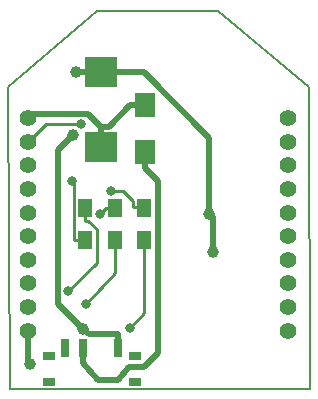
<source format=gbl>
%TF.GenerationSoftware,KiCad,Pcbnew,(6.0.0-rc1-dev-634-gb5e3f6406)*%
%TF.CreationDate,2019-05-27T20:40:42+09:00*%
%TF.ProjectId,xbee,786265652E6B696361645F7063620000,rev?*%
%TF.SameCoordinates,Original*%
%TF.FileFunction,Copper,L2,Bot,Signal*%
%TF.FilePolarity,Positive*%
%FSLAX46Y46*%
G04 Gerber Fmt 4.6, Leading zero omitted, Abs format (unit mm)*
G04 Created by KiCad (PCBNEW (6.0.0-rc1-dev-634-gb5e3f6406)) date 2019 May 27, Monday 20:40:42*
%MOMM*%
%LPD*%
G01*
G04 APERTURE LIST*
%ADD10C,0.150000*%
%ADD11R,2.700000X2.550000*%
%ADD12R,1.300000X1.500000*%
%ADD13C,1.400000*%
%ADD14R,1.700000X2.000000*%
%ADD15R,0.700000X1.500000*%
%ADD16R,1.000000X0.800000*%
%ADD17C,1.000000*%
%ADD18C,0.800000*%
%ADD19C,0.500000*%
%ADD20C,0.250000*%
G04 APERTURE END LIST*
D10*
X143250000Y-90250000D02*
X153500000Y-90250000D01*
X135750000Y-96750000D02*
X143250000Y-90250000D01*
X135750000Y-96750000D02*
X135850000Y-122250000D01*
X153500000Y-90250000D02*
X161201100Y-96750000D01*
X161201100Y-96750000D02*
X161250000Y-122250000D01*
X161250000Y-122250000D02*
X135850000Y-122250000D01*
D11*
X143550000Y-101800000D03*
X143550000Y-95450000D03*
D12*
X147250000Y-106950000D03*
X147250000Y-109650000D03*
X142250000Y-109650000D03*
X142250000Y-106950000D03*
X144750000Y-106950000D03*
X144750000Y-109650000D03*
D13*
X159400000Y-99350000D03*
X159400000Y-101350000D03*
X159400000Y-103350000D03*
X159400000Y-105350000D03*
X159400000Y-107350000D03*
X159400000Y-109350000D03*
X159400000Y-111350000D03*
X159400000Y-113350000D03*
X159400000Y-115350000D03*
X159400000Y-117350000D03*
X137400000Y-117350000D03*
X137400000Y-115350000D03*
X137400000Y-113350000D03*
X137400000Y-111350000D03*
X137400000Y-109350000D03*
X137400000Y-107350000D03*
X137400000Y-105350000D03*
X137400000Y-103350000D03*
X137400000Y-101350000D03*
X137400000Y-99350000D03*
D14*
X147350000Y-102250000D03*
X147350000Y-98250000D03*
D15*
X145050000Y-118820000D03*
X142050000Y-118820000D03*
X140550000Y-118820000D03*
D16*
X146450000Y-121680000D03*
X139150000Y-121680000D03*
X139150000Y-119470000D03*
X146450000Y-119470000D03*
D17*
X141475400Y-95440100D03*
X137550000Y-120150000D03*
X153050000Y-110650000D03*
X152750000Y-107450000D03*
D18*
X146020000Y-117077900D03*
X142300700Y-115070400D03*
X140820300Y-114001800D03*
D17*
X141202300Y-100812400D03*
X142092400Y-117174700D03*
D18*
X141917100Y-99835800D03*
X143501700Y-107438500D03*
X141087700Y-104701800D03*
X144457800Y-105547800D03*
D19*
X143550000Y-95450000D02*
X141749700Y-95450000D01*
X141475400Y-95440100D02*
X141739800Y-95440100D01*
X141739800Y-95440100D02*
X141749700Y-95450000D01*
X137400000Y-120000000D02*
X137550000Y-120150000D01*
X137400000Y-117350000D02*
X137400000Y-120000000D01*
X153050000Y-107750000D02*
X152750000Y-107450000D01*
X153050000Y-110650000D02*
X153050000Y-107750000D01*
X145400000Y-95450000D02*
X143550000Y-95450000D01*
X152750000Y-100989998D02*
X147210002Y-95450000D01*
X147210002Y-95450000D02*
X145400000Y-95450000D01*
X152750000Y-107450000D02*
X152750000Y-100989998D01*
X137400000Y-99350000D02*
X137767400Y-98982600D01*
X137767400Y-98982600D02*
X142457900Y-98982600D01*
X142457900Y-98982600D02*
X143550000Y-100074700D01*
X143550000Y-101800000D02*
X143550000Y-100074700D01*
X147350000Y-98250000D02*
X146049700Y-98250000D01*
X146049700Y-98250000D02*
X144225000Y-100074700D01*
X144225000Y-100074700D02*
X143550000Y-100074700D01*
D20*
X147250000Y-109600000D02*
X147250000Y-115847900D01*
X147250000Y-115847900D02*
X146020000Y-117077900D01*
X144750000Y-112421100D02*
X142300700Y-115070400D01*
X144750000Y-112421100D02*
X144750000Y-109650000D01*
X142250000Y-106950000D02*
X142250000Y-108025300D01*
X142250000Y-108025300D02*
X142496400Y-108025300D01*
X142496400Y-108025300D02*
X143233000Y-108761900D01*
X143233000Y-108761900D02*
X143233000Y-111589100D01*
X143233000Y-111589100D02*
X140820300Y-114001800D01*
D19*
X142092400Y-117174700D02*
X139969900Y-115052200D01*
X139969900Y-115052200D02*
X139969900Y-102044800D01*
X139969900Y-102044800D02*
X141202300Y-100812400D01*
X145050000Y-118820000D02*
X145050000Y-117619700D01*
X145050000Y-117619700D02*
X142537400Y-117619700D01*
X142537400Y-117619700D02*
X142092400Y-117174700D01*
D20*
X141917100Y-99835800D02*
X138914200Y-99835800D01*
X138914200Y-99835800D02*
X137400000Y-101350000D01*
X143974700Y-106965500D02*
X143501700Y-107438500D01*
X144734500Y-106965500D02*
X144750000Y-106950000D01*
X143974700Y-106965500D02*
X144734500Y-106965500D01*
D19*
X147350000Y-103575300D02*
X147350000Y-102250000D01*
X148430000Y-104655300D02*
X147350000Y-103575300D01*
X148430000Y-119200002D02*
X148430000Y-104655300D01*
X147190002Y-120440000D02*
X148430000Y-119200002D01*
X146210000Y-120450000D02*
X147190002Y-120440000D01*
X145010000Y-121530000D02*
X145969998Y-120450000D01*
X145969998Y-120450000D02*
X146210000Y-120450000D01*
X142050000Y-118820000D02*
X142050000Y-120070000D01*
X142050000Y-120070000D02*
X143340000Y-121540000D01*
X143340000Y-121540000D02*
X145010000Y-121530000D01*
D20*
X141274700Y-109650000D02*
X141274700Y-104888800D01*
X141274700Y-104888800D02*
X141087700Y-104701800D01*
X142250000Y-109650000D02*
X141274700Y-109650000D01*
X146274700Y-106900000D02*
X146274700Y-106357600D01*
X146274700Y-106357600D02*
X145464900Y-105547800D01*
X145464900Y-105547800D02*
X144457800Y-105547800D01*
X147250000Y-106900000D02*
X146274700Y-106900000D01*
M02*

</source>
